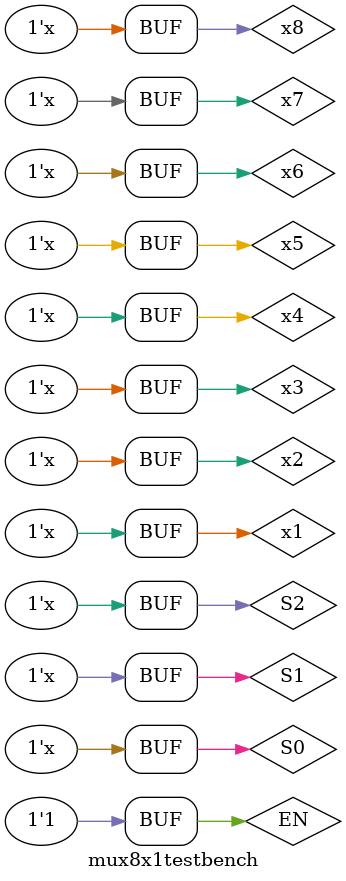
<source format=v>
`timescale 1ns / 1ps


module mux8x1testbench;

	// Inputs
	reg EN;
	reg S0;
	reg S1;
	reg S2;
	reg x1;
	reg x2;
	reg x3;
	reg x4;
	reg x5;
	reg x6;
	reg x7;
	reg x8;

	// Outputs
	wire m1;

	// Instantiate the Unit Under Test (UUT)
	mux8x1 uut (
		.EN(EN), 
		.S0(S0), 
		.S1(S1), 
		.S2(S2), 
		.x1(x1), 
		.x2(x2), 
		.x3(x3), 
		.x4(x4), 
		.x5(x5), 
		.x6(x6), 
		.x7(x7), 
		.x8(x8), 
		.m1(m1)
	);

	initial begin
		// Initialize Inputs
		EN = 1;
		S0 = 0;
		S1 = 0;
		S2 = 0;
		x1 = 0;
		x2 = 0;
		x3 = 0;
		x4 = 0;
		x5 = 0;
		x6 = 0;
		x7 = 0;
		x8 = 0;

		// Wait 100 ns for global reset to finish
		#100;
        
		// Add stimulus here

	end
	
	always #1 S0=~S0;
	always #2 S1=~S1;
	always #4 S2=~S2;
	always #1 x8=~x8;
	always #2 x7=~x7;
	always #3 x6=~x6;
	always #4 x5=~x5;
	always #5 x4=~x4;
	always #6 x3=~x3;
	always #7 x2=~x2;
	always #8 x1=~x1;
	
      
endmodule


</source>
